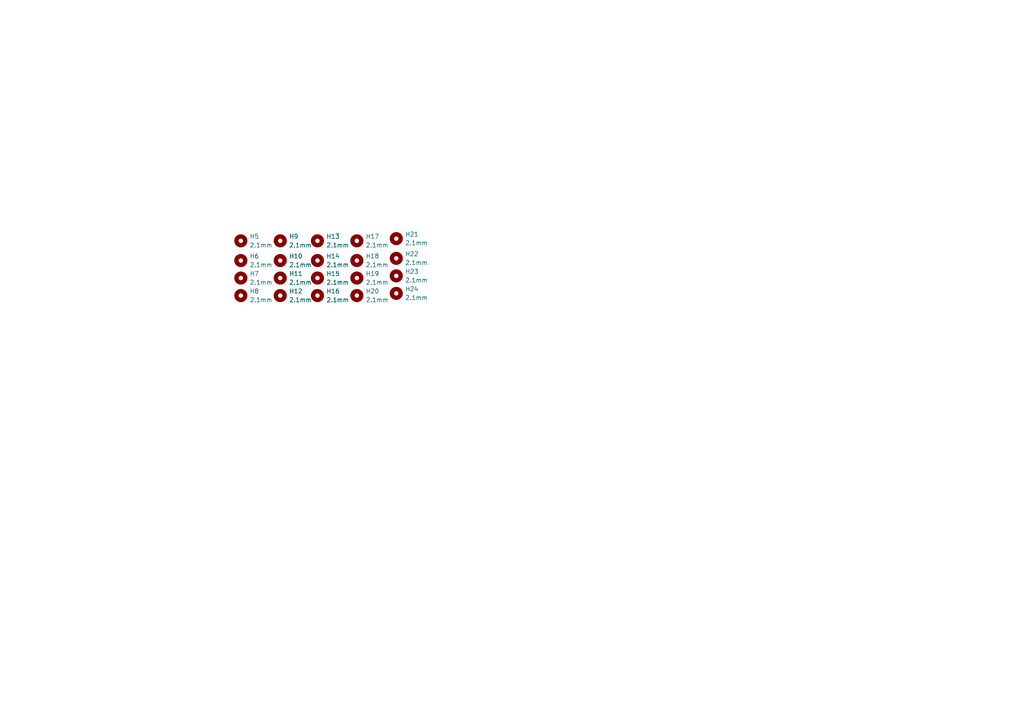
<source format=kicad_sch>
(kicad_sch (version 20211123) (generator eeschema)
  (paper "A4")
  (title_block (title "Antenna Deployment Board") (date "2023-04-24") (rev "RevA") (company "Queen's Space Engineering Team - Satellite"))
  (lib_symbols
    (symbol "Mechanical:MountingHole" (pin_names (offset 1.016))
      (property "Reference" "H" (at 0 5.08 0))
      (property "Value" "MountingHole" (at 0 3.175 0))
      (symbol "MountingHole_0_1"
        (circle (center 0 0) (radius 1.27) (stroke (width 1.27)))
      )
    )
  )
  (symbol (lib_id "Mechanical:MountingHole") (at 81.28 85.725 0) (unit 1)
    (property "Reference" "H12" (at 83.82 84.4549 0) (effects (justify left)))
    (property "Value" "2.1mm" (at 83.82 86.9949 0) (effects (justify left)))
    (property "Footprint" "MountingHole:MountingHole_2.2mm_M2_Pad_TopBottom" (effects hide))
  )
  (symbol (lib_id "Mechanical:MountingHole") (at 114.935 85.09 0) (unit 1)
    (property "Reference" "H24" (at 117.475 83.8199 0) (effects (justify left)))
    (property "Value" "2.1mm" (at 117.475 86.3599 0) (effects (justify left)))
    (property "Footprint" "MountingHole:MountingHole_2.2mm_M2_Pad_TopBottom" (effects hide))
  )
  (symbol (lib_id "Mechanical:MountingHole") (at 69.85 75.565 0) (unit 1)
    (property "Reference" "H6" (at 72.39 74.2949 0) (effects (justify left)))
    (property "Value" "2.1mm" (at 72.39 76.8349 0) (effects (justify left)))
    (property "Footprint" "MountingHole:MountingHole_2.2mm_M2_Pad_TopBottom" (effects hide))
  )
  (symbol (lib_id "Mechanical:MountingHole") (at 103.505 85.725 0) (unit 1)
    (property "Reference" "H20" (at 106.045 84.4549 0) (effects (justify left)))
    (property "Value" "2.1mm" (at 106.045 86.9949 0) (effects (justify left)))
    (property "Footprint" "MountingHole:MountingHole_2.2mm_M2_Pad_TopBottom" (effects hide))
  )
  (symbol (lib_id "Mechanical:MountingHole") (at 69.85 85.725 0) (unit 1)
    (property "Reference" "H8" (at 72.39 84.4549 0) (effects (justify left)))
    (property "Value" "2.1mm" (at 72.39 86.9949 0) (effects (justify left)))
    (property "Footprint" "MountingHole:MountingHole_2.2mm_M2_Pad_TopBottom" (effects hide))
  )
  (symbol (lib_id "Mechanical:MountingHole") (at 81.28 75.565 0) (unit 1)
    (property "Reference" "H10" (at 83.82 74.2949 0) (effects (justify left)))
    (property "Value" "2.1mm" (at 83.82 76.8349 0) (effects (justify left)))
    (property "Footprint" "MountingHole:MountingHole_2.2mm_M2_Pad_TopBottom" (effects hide))
  )
  (symbol (lib_id "Mechanical:MountingHole") (at 81.28 80.645 0) (unit 1)
    (property "Reference" "H11" (at 83.82 79.3749 0) (effects (justify left)))
    (property "Value" "2.1mm" (at 83.82 81.9149 0) (effects (justify left)))
    (property "Footprint" "MountingHole:MountingHole_2.2mm_M2_Pad_TopBottom" (effects hide))
  )
  (symbol (lib_id "Mechanical:MountingHole") (at 69.85 80.645 0) (unit 1)
    (property "Reference" "H7" (at 72.39 79.3749 0) (effects (justify left)))
    (property "Value" "2.1mm" (at 72.39 81.9149 0) (effects (justify left)))
    (property "Footprint" "MountingHole:MountingHole_2.2mm_M2_Pad_TopBottom" (effects hide))
  )
  (symbol (lib_id "Mechanical:MountingHole") (at 81.28 69.85 0) (unit 1)
    (property "Reference" "H9" (at 83.82 68.5799 0) (effects (justify left)))
    (property "Value" "2.1mm" (at 83.82 71.1199 0) (effects (justify left)))
    (property "Footprint" "MountingHole:MountingHole_2.2mm_M2_Pad_TopBottom" (effects hide))
  )
  (symbol (lib_id "Mechanical:MountingHole") (at 92.075 69.85 0) (unit 1)
    (property "Reference" "H13" (at 94.615 68.5799 0) (effects (justify left)))
    (property "Value" "2.1mm" (at 94.615 71.1199 0) (effects (justify left)))
    (property "Footprint" "MountingHole:MountingHole_2.2mm_M2_Pad_TopBottom" (effects hide))
  )
  (symbol (lib_id "Mechanical:MountingHole") (at 103.505 80.645 0) (unit 1)
    (property "Reference" "H19" (at 106.045 79.3749 0) (effects (justify left)))
    (property "Value" "2.1mm" (at 106.045 81.9149 0) (effects (justify left)))
    (property "Footprint" "MountingHole:MountingHole_2.2mm_M2_Pad_TopBottom" (effects hide))
  )
  (symbol (lib_id "Mechanical:MountingHole") (at 103.505 69.85 0) (unit 1)
    (property "Reference" "H17" (at 106.045 68.5799 0) (effects (justify left)))
    (property "Value" "2.1mm" (at 106.045 71.1199 0) (effects (justify left)))
    (property "Footprint" "MountingHole:MountingHole_2.2mm_M2_Pad_TopBottom" (effects hide))
  )
  (symbol (lib_id "Mechanical:MountingHole") (at 92.075 75.565 0) (unit 1)
    (property "Reference" "H14" (at 94.615 74.2949 0) (effects (justify left)))
    (property "Value" "2.1mm" (at 94.615 76.8349 0) (effects (justify left)))
    (property "Footprint" "MountingHole:MountingHole_2.2mm_M2_Pad_TopBottom" (effects hide))
  )
  (symbol (lib_id "Mechanical:MountingHole") (at 114.935 74.93 0) (unit 1)
    (property "Reference" "H22" (at 117.475 73.6599 0) (effects (justify left)))
    (property "Value" "2.1mm" (at 117.475 76.1999 0) (effects (justify left)))
    (property "Footprint" "MountingHole:MountingHole_2.2mm_M2_Pad_TopBottom" (effects hide))
  )
  (symbol (lib_id "Mechanical:MountingHole") (at 114.935 69.215 0) (unit 1)
    (property "Reference" "H21" (at 117.475 67.9449 0) (effects (justify left)))
    (property "Value" "2.1mm" (at 117.475 70.4849 0) (effects (justify left)))
    (property "Footprint" "MountingHole:MountingHole_2.2mm_M2_Pad_TopBottom" (effects hide))
  )
  (symbol (lib_id "Mechanical:MountingHole") (at 92.075 80.645 0) (unit 1)
    (property "Reference" "H15" (at 94.615 79.3749 0) (effects (justify left)))
    (property "Value" "2.1mm" (at 94.615 81.9149 0) (effects (justify left)))
    (property "Footprint" "MountingHole:MountingHole_2.2mm_M2_Pad_TopBottom" (effects hide))
  )
  (symbol (lib_id "Mechanical:MountingHole") (at 114.935 80.01 0) (unit 1)
    (property "Reference" "H23" (at 117.475 78.7399 0) (effects (justify left)))
    (property "Value" "2.1mm" (at 117.475 81.2799 0) (effects (justify left)))
    (property "Footprint" "MountingHole:MountingHole_2.2mm_M2_Pad_TopBottom" (effects hide))
  )
  (symbol (lib_id "Mechanical:MountingHole") (at 69.85 69.85 0) (unit 1)
    (property "Reference" "H5" (at 72.39 68.5799 0) (effects (justify left)))
    (property "Value" "2.1mm" (at 72.39 71.1199 0) (effects (justify left)))
    (property "Footprint" "MountingHole:MountingHole_2.2mm_M2_Pad_TopBottom" (effects hide))
  )
  (symbol (lib_id "Mechanical:MountingHole") (at 92.075 85.725 0) (unit 1)
    (property "Reference" "H16" (at 94.615 84.4549 0) (effects (justify left)))
    (property "Value" "2.1mm" (at 94.615 86.9949 0) (effects (justify left)))
    (property "Footprint" "MountingHole:MountingHole_2.2mm_M2_Pad_TopBottom" (effects hide))
  )
  (symbol (lib_id "Mechanical:MountingHole") (at 103.505 75.565 0) (unit 1)
    (property "Reference" "H18" (at 106.045 74.2949 0) (effects (justify left)))
    (property "Value" "2.1mm" (at 106.045 76.8349 0) (effects (justify left)))
    (property "Footprint" "MountingHole:MountingHole_2.2mm_M2_Pad_TopBottom" (effects hide))
  )
)
</source>
